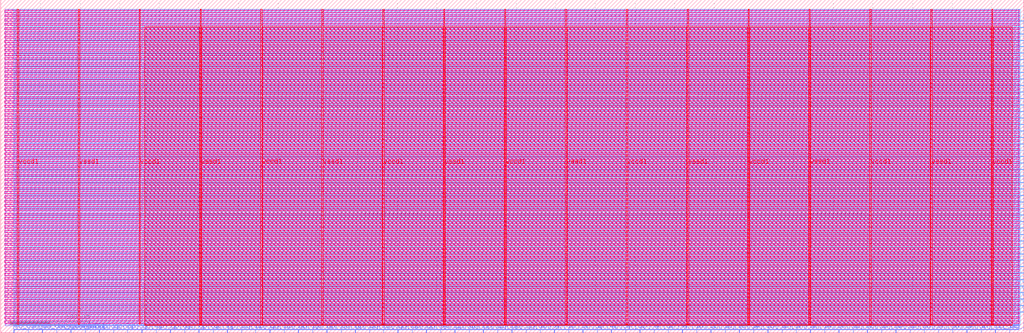
<source format=lef>
VERSION 5.7 ;
  NOWIREEXTENSIONATPIN ON ;
  DIVIDERCHAR "/" ;
  BUSBITCHARS "[]" ;
MACRO SLRV
  CLASS BLOCK ;
  FOREIGN SLRV ;
  ORIGIN 0.000 0.000 ;
  SIZE 1290.000 BY 420.000 ;
  PIN a7[0]
    DIRECTION OUTPUT TRISTATE ;
    USE SIGNAL ;
    ANTENNADIFFAREA 2.673000 ;
    PORT
      LAYER met2 ;
        RECT 680.430 0.000 680.710 4.000 ;
    END
  END a7[0]
  PIN a7[10]
    DIRECTION OUTPUT TRISTATE ;
    USE SIGNAL ;
    ANTENNADIFFAREA 2.673000 ;
    PORT
      LAYER met2 ;
        RECT 859.830 0.000 860.110 4.000 ;
    END
  END a7[10]
  PIN a7[11]
    DIRECTION OUTPUT TRISTATE ;
    USE SIGNAL ;
    ANTENNADIFFAREA 2.673000 ;
    PORT
      LAYER met2 ;
        RECT 877.770 0.000 878.050 4.000 ;
    END
  END a7[11]
  PIN a7[12]
    DIRECTION OUTPUT TRISTATE ;
    USE SIGNAL ;
    ANTENNADIFFAREA 2.673000 ;
    PORT
      LAYER met2 ;
        RECT 895.710 0.000 895.990 4.000 ;
    END
  END a7[12]
  PIN a7[13]
    DIRECTION OUTPUT TRISTATE ;
    USE SIGNAL ;
    ANTENNADIFFAREA 2.673000 ;
    PORT
      LAYER met2 ;
        RECT 913.650 0.000 913.930 4.000 ;
    END
  END a7[13]
  PIN a7[14]
    DIRECTION OUTPUT TRISTATE ;
    USE SIGNAL ;
    ANTENNADIFFAREA 2.673000 ;
    PORT
      LAYER met2 ;
        RECT 931.590 0.000 931.870 4.000 ;
    END
  END a7[14]
  PIN a7[15]
    DIRECTION OUTPUT TRISTATE ;
    USE SIGNAL ;
    ANTENNADIFFAREA 2.673000 ;
    PORT
      LAYER met2 ;
        RECT 949.530 0.000 949.810 4.000 ;
    END
  END a7[15]
  PIN a7[16]
    DIRECTION OUTPUT TRISTATE ;
    USE SIGNAL ;
    ANTENNADIFFAREA 2.673000 ;
    PORT
      LAYER met2 ;
        RECT 967.470 0.000 967.750 4.000 ;
    END
  END a7[16]
  PIN a7[17]
    DIRECTION OUTPUT TRISTATE ;
    USE SIGNAL ;
    ANTENNADIFFAREA 2.673000 ;
    PORT
      LAYER met2 ;
        RECT 985.410 0.000 985.690 4.000 ;
    END
  END a7[17]
  PIN a7[18]
    DIRECTION OUTPUT TRISTATE ;
    USE SIGNAL ;
    ANTENNADIFFAREA 2.673000 ;
    PORT
      LAYER met2 ;
        RECT 1003.350 0.000 1003.630 4.000 ;
    END
  END a7[18]
  PIN a7[19]
    DIRECTION OUTPUT TRISTATE ;
    USE SIGNAL ;
    ANTENNADIFFAREA 2.673000 ;
    PORT
      LAYER met2 ;
        RECT 1021.290 0.000 1021.570 4.000 ;
    END
  END a7[19]
  PIN a7[1]
    DIRECTION OUTPUT TRISTATE ;
    USE SIGNAL ;
    ANTENNADIFFAREA 2.673000 ;
    PORT
      LAYER met2 ;
        RECT 698.370 0.000 698.650 4.000 ;
    END
  END a7[1]
  PIN a7[20]
    DIRECTION OUTPUT TRISTATE ;
    USE SIGNAL ;
    ANTENNADIFFAREA 2.673000 ;
    PORT
      LAYER met2 ;
        RECT 1039.230 0.000 1039.510 4.000 ;
    END
  END a7[20]
  PIN a7[21]
    DIRECTION OUTPUT TRISTATE ;
    USE SIGNAL ;
    ANTENNADIFFAREA 2.673000 ;
    PORT
      LAYER met2 ;
        RECT 1057.170 0.000 1057.450 4.000 ;
    END
  END a7[21]
  PIN a7[22]
    DIRECTION OUTPUT TRISTATE ;
    USE SIGNAL ;
    ANTENNADIFFAREA 2.673000 ;
    PORT
      LAYER met2 ;
        RECT 1075.110 0.000 1075.390 4.000 ;
    END
  END a7[22]
  PIN a7[23]
    DIRECTION OUTPUT TRISTATE ;
    USE SIGNAL ;
    ANTENNADIFFAREA 2.673000 ;
    PORT
      LAYER met2 ;
        RECT 1093.050 0.000 1093.330 4.000 ;
    END
  END a7[23]
  PIN a7[24]
    DIRECTION OUTPUT TRISTATE ;
    USE SIGNAL ;
    ANTENNADIFFAREA 2.673000 ;
    PORT
      LAYER met2 ;
        RECT 1110.990 0.000 1111.270 4.000 ;
    END
  END a7[24]
  PIN a7[25]
    DIRECTION OUTPUT TRISTATE ;
    USE SIGNAL ;
    ANTENNADIFFAREA 2.673000 ;
    PORT
      LAYER met2 ;
        RECT 1128.930 0.000 1129.210 4.000 ;
    END
  END a7[25]
  PIN a7[26]
    DIRECTION OUTPUT TRISTATE ;
    USE SIGNAL ;
    ANTENNADIFFAREA 2.673000 ;
    PORT
      LAYER met2 ;
        RECT 1146.870 0.000 1147.150 4.000 ;
    END
  END a7[26]
  PIN a7[27]
    DIRECTION OUTPUT TRISTATE ;
    USE SIGNAL ;
    ANTENNADIFFAREA 2.673000 ;
    PORT
      LAYER met2 ;
        RECT 1164.810 0.000 1165.090 4.000 ;
    END
  END a7[27]
  PIN a7[28]
    DIRECTION OUTPUT TRISTATE ;
    USE SIGNAL ;
    ANTENNADIFFAREA 2.673000 ;
    PORT
      LAYER met2 ;
        RECT 1182.750 0.000 1183.030 4.000 ;
    END
  END a7[28]
  PIN a7[29]
    DIRECTION OUTPUT TRISTATE ;
    USE SIGNAL ;
    ANTENNADIFFAREA 2.673000 ;
    PORT
      LAYER met2 ;
        RECT 1200.690 0.000 1200.970 4.000 ;
    END
  END a7[29]
  PIN a7[2]
    DIRECTION OUTPUT TRISTATE ;
    USE SIGNAL ;
    ANTENNADIFFAREA 2.673000 ;
    PORT
      LAYER met2 ;
        RECT 716.310 0.000 716.590 4.000 ;
    END
  END a7[2]
  PIN a7[30]
    DIRECTION OUTPUT TRISTATE ;
    USE SIGNAL ;
    ANTENNADIFFAREA 2.673000 ;
    PORT
      LAYER met2 ;
        RECT 1218.630 0.000 1218.910 4.000 ;
    END
  END a7[30]
  PIN a7[31]
    DIRECTION OUTPUT TRISTATE ;
    USE SIGNAL ;
    ANTENNADIFFAREA 2.673000 ;
    PORT
      LAYER met2 ;
        RECT 1236.570 0.000 1236.850 4.000 ;
    END
  END a7[31]
  PIN a7[3]
    DIRECTION OUTPUT TRISTATE ;
    USE SIGNAL ;
    ANTENNADIFFAREA 2.673000 ;
    PORT
      LAYER met2 ;
        RECT 734.250 0.000 734.530 4.000 ;
    END
  END a7[3]
  PIN a7[4]
    DIRECTION OUTPUT TRISTATE ;
    USE SIGNAL ;
    ANTENNADIFFAREA 2.673000 ;
    PORT
      LAYER met2 ;
        RECT 752.190 0.000 752.470 4.000 ;
    END
  END a7[4]
  PIN a7[5]
    DIRECTION OUTPUT TRISTATE ;
    USE SIGNAL ;
    ANTENNADIFFAREA 2.673000 ;
    PORT
      LAYER met2 ;
        RECT 770.130 0.000 770.410 4.000 ;
    END
  END a7[5]
  PIN a7[6]
    DIRECTION OUTPUT TRISTATE ;
    USE SIGNAL ;
    ANTENNADIFFAREA 2.673000 ;
    PORT
      LAYER met2 ;
        RECT 788.070 0.000 788.350 4.000 ;
    END
  END a7[6]
  PIN a7[7]
    DIRECTION OUTPUT TRISTATE ;
    USE SIGNAL ;
    ANTENNADIFFAREA 2.673000 ;
    PORT
      LAYER met2 ;
        RECT 806.010 0.000 806.290 4.000 ;
    END
  END a7[7]
  PIN a7[8]
    DIRECTION OUTPUT TRISTATE ;
    USE SIGNAL ;
    ANTENNADIFFAREA 2.673000 ;
    PORT
      LAYER met2 ;
        RECT 823.950 0.000 824.230 4.000 ;
    END
  END a7[8]
  PIN a7[9]
    DIRECTION OUTPUT TRISTATE ;
    USE SIGNAL ;
    ANTENNADIFFAREA 2.673000 ;
    PORT
      LAYER met2 ;
        RECT 841.890 0.000 842.170 4.000 ;
    END
  END a7[9]
  PIN csb
    DIRECTION OUTPUT TRISTATE ;
    USE SIGNAL ;
    PORT
      LAYER met3 ;
        RECT 1286.000 25.880 1290.000 26.480 ;
    END
  END csb
  PIN gp[0]
    DIRECTION OUTPUT TRISTATE ;
    USE SIGNAL ;
    ANTENNADIFFAREA 2.673000 ;
    PORT
      LAYER met2 ;
        RECT 106.350 0.000 106.630 4.000 ;
    END
  END gp[0]
  PIN gp[10]
    DIRECTION OUTPUT TRISTATE ;
    USE SIGNAL ;
    ANTENNADIFFAREA 2.673000 ;
    PORT
      LAYER met2 ;
        RECT 285.750 0.000 286.030 4.000 ;
    END
  END gp[10]
  PIN gp[11]
    DIRECTION OUTPUT TRISTATE ;
    USE SIGNAL ;
    ANTENNADIFFAREA 2.673000 ;
    PORT
      LAYER met2 ;
        RECT 303.690 0.000 303.970 4.000 ;
    END
  END gp[11]
  PIN gp[12]
    DIRECTION OUTPUT TRISTATE ;
    USE SIGNAL ;
    ANTENNADIFFAREA 2.673000 ;
    PORT
      LAYER met2 ;
        RECT 321.630 0.000 321.910 4.000 ;
    END
  END gp[12]
  PIN gp[13]
    DIRECTION OUTPUT TRISTATE ;
    USE SIGNAL ;
    ANTENNADIFFAREA 2.673000 ;
    PORT
      LAYER met2 ;
        RECT 339.570 0.000 339.850 4.000 ;
    END
  END gp[13]
  PIN gp[14]
    DIRECTION OUTPUT TRISTATE ;
    USE SIGNAL ;
    ANTENNADIFFAREA 2.673000 ;
    PORT
      LAYER met2 ;
        RECT 357.510 0.000 357.790 4.000 ;
    END
  END gp[14]
  PIN gp[15]
    DIRECTION OUTPUT TRISTATE ;
    USE SIGNAL ;
    ANTENNADIFFAREA 2.673000 ;
    PORT
      LAYER met2 ;
        RECT 375.450 0.000 375.730 4.000 ;
    END
  END gp[15]
  PIN gp[16]
    DIRECTION OUTPUT TRISTATE ;
    USE SIGNAL ;
    ANTENNADIFFAREA 2.673000 ;
    PORT
      LAYER met2 ;
        RECT 393.390 0.000 393.670 4.000 ;
    END
  END gp[16]
  PIN gp[17]
    DIRECTION OUTPUT TRISTATE ;
    USE SIGNAL ;
    ANTENNADIFFAREA 2.673000 ;
    PORT
      LAYER met2 ;
        RECT 411.330 0.000 411.610 4.000 ;
    END
  END gp[17]
  PIN gp[18]
    DIRECTION OUTPUT TRISTATE ;
    USE SIGNAL ;
    ANTENNADIFFAREA 2.673000 ;
    PORT
      LAYER met2 ;
        RECT 429.270 0.000 429.550 4.000 ;
    END
  END gp[18]
  PIN gp[19]
    DIRECTION OUTPUT TRISTATE ;
    USE SIGNAL ;
    ANTENNADIFFAREA 2.673000 ;
    PORT
      LAYER met2 ;
        RECT 447.210 0.000 447.490 4.000 ;
    END
  END gp[19]
  PIN gp[1]
    DIRECTION OUTPUT TRISTATE ;
    USE SIGNAL ;
    ANTENNADIFFAREA 2.673000 ;
    PORT
      LAYER met2 ;
        RECT 124.290 0.000 124.570 4.000 ;
    END
  END gp[1]
  PIN gp[20]
    DIRECTION OUTPUT TRISTATE ;
    USE SIGNAL ;
    ANTENNADIFFAREA 2.673000 ;
    PORT
      LAYER met2 ;
        RECT 465.150 0.000 465.430 4.000 ;
    END
  END gp[20]
  PIN gp[21]
    DIRECTION OUTPUT TRISTATE ;
    USE SIGNAL ;
    ANTENNADIFFAREA 2.673000 ;
    PORT
      LAYER met2 ;
        RECT 483.090 0.000 483.370 4.000 ;
    END
  END gp[21]
  PIN gp[22]
    DIRECTION OUTPUT TRISTATE ;
    USE SIGNAL ;
    ANTENNADIFFAREA 2.673000 ;
    PORT
      LAYER met2 ;
        RECT 501.030 0.000 501.310 4.000 ;
    END
  END gp[22]
  PIN gp[23]
    DIRECTION OUTPUT TRISTATE ;
    USE SIGNAL ;
    ANTENNADIFFAREA 2.673000 ;
    PORT
      LAYER met2 ;
        RECT 518.970 0.000 519.250 4.000 ;
    END
  END gp[23]
  PIN gp[24]
    DIRECTION OUTPUT TRISTATE ;
    USE SIGNAL ;
    ANTENNADIFFAREA 2.673000 ;
    PORT
      LAYER met2 ;
        RECT 536.910 0.000 537.190 4.000 ;
    END
  END gp[24]
  PIN gp[25]
    DIRECTION OUTPUT TRISTATE ;
    USE SIGNAL ;
    ANTENNADIFFAREA 2.673000 ;
    PORT
      LAYER met2 ;
        RECT 554.850 0.000 555.130 4.000 ;
    END
  END gp[25]
  PIN gp[26]
    DIRECTION OUTPUT TRISTATE ;
    USE SIGNAL ;
    ANTENNADIFFAREA 2.673000 ;
    PORT
      LAYER met2 ;
        RECT 572.790 0.000 573.070 4.000 ;
    END
  END gp[26]
  PIN gp[27]
    DIRECTION OUTPUT TRISTATE ;
    USE SIGNAL ;
    ANTENNADIFFAREA 2.673000 ;
    PORT
      LAYER met2 ;
        RECT 590.730 0.000 591.010 4.000 ;
    END
  END gp[27]
  PIN gp[28]
    DIRECTION OUTPUT TRISTATE ;
    USE SIGNAL ;
    ANTENNADIFFAREA 2.673000 ;
    PORT
      LAYER met2 ;
        RECT 608.670 0.000 608.950 4.000 ;
    END
  END gp[28]
  PIN gp[29]
    DIRECTION OUTPUT TRISTATE ;
    USE SIGNAL ;
    ANTENNADIFFAREA 2.673000 ;
    PORT
      LAYER met2 ;
        RECT 626.610 0.000 626.890 4.000 ;
    END
  END gp[29]
  PIN gp[2]
    DIRECTION OUTPUT TRISTATE ;
    USE SIGNAL ;
    ANTENNADIFFAREA 2.673000 ;
    PORT
      LAYER met2 ;
        RECT 142.230 0.000 142.510 4.000 ;
    END
  END gp[2]
  PIN gp[30]
    DIRECTION OUTPUT TRISTATE ;
    USE SIGNAL ;
    ANTENNADIFFAREA 2.673000 ;
    PORT
      LAYER met2 ;
        RECT 644.550 0.000 644.830 4.000 ;
    END
  END gp[30]
  PIN gp[31]
    DIRECTION OUTPUT TRISTATE ;
    USE SIGNAL ;
    ANTENNADIFFAREA 2.673000 ;
    PORT
      LAYER met2 ;
        RECT 662.490 0.000 662.770 4.000 ;
    END
  END gp[31]
  PIN gp[3]
    DIRECTION OUTPUT TRISTATE ;
    USE SIGNAL ;
    ANTENNADIFFAREA 2.673000 ;
    PORT
      LAYER met2 ;
        RECT 160.170 0.000 160.450 4.000 ;
    END
  END gp[3]
  PIN gp[4]
    DIRECTION OUTPUT TRISTATE ;
    USE SIGNAL ;
    ANTENNADIFFAREA 2.673000 ;
    PORT
      LAYER met2 ;
        RECT 178.110 0.000 178.390 4.000 ;
    END
  END gp[4]
  PIN gp[5]
    DIRECTION OUTPUT TRISTATE ;
    USE SIGNAL ;
    ANTENNADIFFAREA 2.673000 ;
    PORT
      LAYER met2 ;
        RECT 196.050 0.000 196.330 4.000 ;
    END
  END gp[5]
  PIN gp[6]
    DIRECTION OUTPUT TRISTATE ;
    USE SIGNAL ;
    ANTENNADIFFAREA 2.673000 ;
    PORT
      LAYER met2 ;
        RECT 213.990 0.000 214.270 4.000 ;
    END
  END gp[6]
  PIN gp[7]
    DIRECTION OUTPUT TRISTATE ;
    USE SIGNAL ;
    ANTENNADIFFAREA 2.673000 ;
    PORT
      LAYER met2 ;
        RECT 231.930 0.000 232.210 4.000 ;
    END
  END gp[7]
  PIN gp[8]
    DIRECTION OUTPUT TRISTATE ;
    USE SIGNAL ;
    ANTENNADIFFAREA 2.673000 ;
    PORT
      LAYER met2 ;
        RECT 249.870 0.000 250.150 4.000 ;
    END
  END gp[8]
  PIN gp[9]
    DIRECTION OUTPUT TRISTATE ;
    USE SIGNAL ;
    ANTENNADIFFAREA 2.673000 ;
    PORT
      LAYER met2 ;
        RECT 267.810 0.000 268.090 4.000 ;
    END
  END gp[9]
  PIN insMemAddr[0]
    DIRECTION OUTPUT TRISTATE ;
    USE SIGNAL ;
    ANTENNADIFFAREA 2.673000 ;
    PORT
      LAYER met3 ;
        RECT 1286.000 327.800 1290.000 328.400 ;
    END
  END insMemAddr[0]
  PIN insMemAddr[1]
    DIRECTION OUTPUT TRISTATE ;
    USE SIGNAL ;
    ANTENNADIFFAREA 2.673000 ;
    PORT
      LAYER met3 ;
        RECT 1286.000 335.960 1290.000 336.560 ;
    END
  END insMemAddr[1]
  PIN insMemAddr[2]
    DIRECTION OUTPUT TRISTATE ;
    USE SIGNAL ;
    ANTENNADIFFAREA 2.673000 ;
    PORT
      LAYER met3 ;
        RECT 1286.000 344.120 1290.000 344.720 ;
    END
  END insMemAddr[2]
  PIN insMemAddr[3]
    DIRECTION OUTPUT TRISTATE ;
    USE SIGNAL ;
    ANTENNADIFFAREA 2.673000 ;
    PORT
      LAYER met3 ;
        RECT 1286.000 352.280 1290.000 352.880 ;
    END
  END insMemAddr[3]
  PIN insMemAddr[4]
    DIRECTION OUTPUT TRISTATE ;
    USE SIGNAL ;
    ANTENNADIFFAREA 2.673000 ;
    PORT
      LAYER met3 ;
        RECT 1286.000 360.440 1290.000 361.040 ;
    END
  END insMemAddr[4]
  PIN insMemAddr[5]
    DIRECTION OUTPUT TRISTATE ;
    USE SIGNAL ;
    ANTENNADIFFAREA 2.673000 ;
    PORT
      LAYER met3 ;
        RECT 1286.000 368.600 1290.000 369.200 ;
    END
  END insMemAddr[5]
  PIN insMemAddr[6]
    DIRECTION OUTPUT TRISTATE ;
    USE SIGNAL ;
    ANTENNADIFFAREA 2.673000 ;
    PORT
      LAYER met3 ;
        RECT 1286.000 376.760 1290.000 377.360 ;
    END
  END insMemAddr[6]
  PIN insMemAddr[7]
    DIRECTION OUTPUT TRISTATE ;
    USE SIGNAL ;
    ANTENNADIFFAREA 2.673000 ;
    PORT
      LAYER met3 ;
        RECT 1286.000 384.920 1290.000 385.520 ;
    END
  END insMemAddr[7]
  PIN insMemAddr[8]
    DIRECTION OUTPUT TRISTATE ;
    USE SIGNAL ;
    ANTENNADIFFAREA 2.673000 ;
    PORT
      LAYER met3 ;
        RECT 1286.000 393.080 1290.000 393.680 ;
    END
  END insMemAddr[8]
  PIN insMemDataIn[0]
    DIRECTION INPUT ;
    USE SIGNAL ;
    ANTENNAGATEAREA 0.426000 ;
    PORT
      LAYER met3 ;
        RECT 1286.000 66.680 1290.000 67.280 ;
    END
  END insMemDataIn[0]
  PIN insMemDataIn[10]
    DIRECTION INPUT ;
    USE SIGNAL ;
    ANTENNAGATEAREA 0.426000 ;
    PORT
      LAYER met3 ;
        RECT 1286.000 148.280 1290.000 148.880 ;
    END
  END insMemDataIn[10]
  PIN insMemDataIn[11]
    DIRECTION INPUT ;
    USE SIGNAL ;
    ANTENNAGATEAREA 0.742500 ;
    PORT
      LAYER met3 ;
        RECT 1286.000 156.440 1290.000 157.040 ;
    END
  END insMemDataIn[11]
  PIN insMemDataIn[12]
    DIRECTION INPUT ;
    USE SIGNAL ;
    ANTENNAGATEAREA 0.495000 ;
    PORT
      LAYER met3 ;
        RECT 1286.000 164.600 1290.000 165.200 ;
    END
  END insMemDataIn[12]
  PIN insMemDataIn[13]
    DIRECTION INPUT ;
    USE SIGNAL ;
    ANTENNAGATEAREA 0.426000 ;
    PORT
      LAYER met3 ;
        RECT 1286.000 172.760 1290.000 173.360 ;
    END
  END insMemDataIn[13]
  PIN insMemDataIn[14]
    DIRECTION INPUT ;
    USE SIGNAL ;
    ANTENNAGATEAREA 0.495000 ;
    PORT
      LAYER met3 ;
        RECT 1286.000 180.920 1290.000 181.520 ;
    END
  END insMemDataIn[14]
  PIN insMemDataIn[15]
    DIRECTION INPUT ;
    USE SIGNAL ;
    ANTENNAGATEAREA 0.742500 ;
    PORT
      LAYER met3 ;
        RECT 1286.000 189.080 1290.000 189.680 ;
    END
  END insMemDataIn[15]
  PIN insMemDataIn[16]
    DIRECTION INPUT ;
    USE SIGNAL ;
    ANTENNAGATEAREA 0.426000 ;
    PORT
      LAYER met3 ;
        RECT 1286.000 197.240 1290.000 197.840 ;
    END
  END insMemDataIn[16]
  PIN insMemDataIn[17]
    DIRECTION INPUT ;
    USE SIGNAL ;
    ANTENNAGATEAREA 0.495000 ;
    PORT
      LAYER met3 ;
        RECT 1286.000 205.400 1290.000 206.000 ;
    END
  END insMemDataIn[17]
  PIN insMemDataIn[18]
    DIRECTION INPUT ;
    USE SIGNAL ;
    ANTENNAGATEAREA 0.990000 ;
    PORT
      LAYER met3 ;
        RECT 1286.000 213.560 1290.000 214.160 ;
    END
  END insMemDataIn[18]
  PIN insMemDataIn[19]
    DIRECTION INPUT ;
    USE SIGNAL ;
    ANTENNAGATEAREA 0.990000 ;
    PORT
      LAYER met3 ;
        RECT 1286.000 221.720 1290.000 222.320 ;
    END
  END insMemDataIn[19]
  PIN insMemDataIn[1]
    DIRECTION INPUT ;
    USE SIGNAL ;
    ANTENNAGATEAREA 0.426000 ;
    PORT
      LAYER met3 ;
        RECT 1286.000 74.840 1290.000 75.440 ;
    END
  END insMemDataIn[1]
  PIN insMemDataIn[20]
    DIRECTION INPUT ;
    USE SIGNAL ;
    ANTENNAGATEAREA 0.990000 ;
    PORT
      LAYER met3 ;
        RECT 1286.000 229.880 1290.000 230.480 ;
    END
  END insMemDataIn[20]
  PIN insMemDataIn[21]
    DIRECTION INPUT ;
    USE SIGNAL ;
    ANTENNAGATEAREA 0.742500 ;
    PORT
      LAYER met3 ;
        RECT 1286.000 238.040 1290.000 238.640 ;
    END
  END insMemDataIn[21]
  PIN insMemDataIn[22]
    DIRECTION INPUT ;
    USE SIGNAL ;
    ANTENNAGATEAREA 0.742500 ;
    PORT
      LAYER met3 ;
        RECT 1286.000 246.200 1290.000 246.800 ;
    END
  END insMemDataIn[22]
  PIN insMemDataIn[23]
    DIRECTION INPUT ;
    USE SIGNAL ;
    ANTENNAGATEAREA 0.495000 ;
    PORT
      LAYER met3 ;
        RECT 1286.000 254.360 1290.000 254.960 ;
    END
  END insMemDataIn[23]
  PIN insMemDataIn[24]
    DIRECTION INPUT ;
    USE SIGNAL ;
    ANTENNAGATEAREA 0.247500 ;
    PORT
      LAYER met3 ;
        RECT 1286.000 262.520 1290.000 263.120 ;
    END
  END insMemDataIn[24]
  PIN insMemDataIn[25]
    DIRECTION INPUT ;
    USE SIGNAL ;
    ANTENNAGATEAREA 0.742500 ;
    PORT
      LAYER met3 ;
        RECT 1286.000 270.680 1290.000 271.280 ;
    END
  END insMemDataIn[25]
  PIN insMemDataIn[26]
    DIRECTION INPUT ;
    USE SIGNAL ;
    ANTENNAGATEAREA 0.742500 ;
    PORT
      LAYER met3 ;
        RECT 1286.000 278.840 1290.000 279.440 ;
    END
  END insMemDataIn[26]
  PIN insMemDataIn[27]
    DIRECTION INPUT ;
    USE SIGNAL ;
    ANTENNAGATEAREA 0.742500 ;
    PORT
      LAYER met3 ;
        RECT 1286.000 287.000 1290.000 287.600 ;
    END
  END insMemDataIn[27]
  PIN insMemDataIn[28]
    DIRECTION INPUT ;
    USE SIGNAL ;
    ANTENNAGATEAREA 0.742500 ;
    PORT
      LAYER met3 ;
        RECT 1286.000 295.160 1290.000 295.760 ;
    END
  END insMemDataIn[28]
  PIN insMemDataIn[29]
    DIRECTION INPUT ;
    USE SIGNAL ;
    ANTENNAGATEAREA 0.852000 ;
    PORT
      LAYER met3 ;
        RECT 1286.000 303.320 1290.000 303.920 ;
    END
  END insMemDataIn[29]
  PIN insMemDataIn[2]
    DIRECTION INPUT ;
    USE SIGNAL ;
    ANTENNAGATEAREA 0.742500 ;
    PORT
      LAYER met3 ;
        RECT 1286.000 83.000 1290.000 83.600 ;
    END
  END insMemDataIn[2]
  PIN insMemDataIn[30]
    DIRECTION INPUT ;
    USE SIGNAL ;
    ANTENNAGATEAREA 0.247500 ;
    PORT
      LAYER met3 ;
        RECT 1286.000 311.480 1290.000 312.080 ;
    END
  END insMemDataIn[30]
  PIN insMemDataIn[31]
    DIRECTION INPUT ;
    USE SIGNAL ;
    ANTENNAGATEAREA 0.426000 ;
    PORT
      LAYER met3 ;
        RECT 1286.000 319.640 1290.000 320.240 ;
    END
  END insMemDataIn[31]
  PIN insMemDataIn[3]
    DIRECTION INPUT ;
    USE SIGNAL ;
    ANTENNAGATEAREA 0.426000 ;
    PORT
      LAYER met3 ;
        RECT 1286.000 91.160 1290.000 91.760 ;
    END
  END insMemDataIn[3]
  PIN insMemDataIn[4]
    DIRECTION INPUT ;
    USE SIGNAL ;
    ANTENNAGATEAREA 0.742500 ;
    PORT
      LAYER met3 ;
        RECT 1286.000 99.320 1290.000 99.920 ;
    END
  END insMemDataIn[4]
  PIN insMemDataIn[5]
    DIRECTION INPUT ;
    USE SIGNAL ;
    ANTENNAGATEAREA 0.852000 ;
    PORT
      LAYER met3 ;
        RECT 1286.000 107.480 1290.000 108.080 ;
    END
  END insMemDataIn[5]
  PIN insMemDataIn[6]
    DIRECTION INPUT ;
    USE SIGNAL ;
    ANTENNAGATEAREA 0.852000 ;
    PORT
      LAYER met3 ;
        RECT 1286.000 115.640 1290.000 116.240 ;
    END
  END insMemDataIn[6]
  PIN insMemDataIn[7]
    DIRECTION INPUT ;
    USE SIGNAL ;
    ANTENNAGATEAREA 0.495000 ;
    PORT
      LAYER met3 ;
        RECT 1286.000 123.800 1290.000 124.400 ;
    END
  END insMemDataIn[7]
  PIN insMemDataIn[8]
    DIRECTION INPUT ;
    USE SIGNAL ;
    ANTENNAGATEAREA 0.742500 ;
    PORT
      LAYER met3 ;
        RECT 1286.000 131.960 1290.000 132.560 ;
    END
  END insMemDataIn[8]
  PIN insMemDataIn[9]
    DIRECTION INPUT ;
    USE SIGNAL ;
    ANTENNAGATEAREA 0.426000 ;
    PORT
      LAYER met3 ;
        RECT 1286.000 140.120 1290.000 140.720 ;
    END
  END insMemDataIn[9]
  PIN insMemEn
    DIRECTION INPUT ;
    USE SIGNAL ;
    ANTENNAGATEAREA 0.126000 ;
    PORT
      LAYER met2 ;
        RECT 88.410 0.000 88.690 4.000 ;
    END
  END insMemEn
  PIN la_data_in[0]
    DIRECTION INPUT ;
    USE SIGNAL ;
    ANTENNAGATEAREA 0.213000 ;
    PORT
      LAYER met2 ;
        RECT 52.530 0.000 52.810 4.000 ;
    END
  END la_data_in[0]
  PIN la_data_in[1]
    DIRECTION INPUT ;
    USE SIGNAL ;
    ANTENNAGATEAREA 0.126000 ;
    PORT
      LAYER met2 ;
        RECT 70.470 0.000 70.750 4.000 ;
    END
  END la_data_in[1]
  PIN pc_led
    DIRECTION OUTPUT TRISTATE ;
    USE SIGNAL ;
    ANTENNADIFFAREA 2.673000 ;
    PORT
      LAYER met2 ;
        RECT 1254.510 0.000 1254.790 4.000 ;
    END
  END pc_led
  PIN pc_led_oeb
    DIRECTION OUTPUT TRISTATE ;
    USE SIGNAL ;
    PORT
      LAYER met2 ;
        RECT 1272.450 0.000 1272.730 4.000 ;
    END
  END pc_led_oeb
  PIN reset
    DIRECTION INPUT ;
    USE SIGNAL ;
    ANTENNAGATEAREA 0.126000 ;
    PORT
      LAYER met2 ;
        RECT 34.590 0.000 34.870 4.000 ;
    END
  END reset
  PIN vccd1
    DIRECTION INOUT ;
    USE POWER ;
    PORT
      LAYER met4 ;
        RECT 21.040 10.640 22.640 408.240 ;
    END
    PORT
      LAYER met4 ;
        RECT 174.640 10.640 176.240 408.240 ;
    END
    PORT
      LAYER met4 ;
        RECT 328.240 10.640 329.840 408.240 ;
    END
    PORT
      LAYER met4 ;
        RECT 481.840 10.640 483.440 408.240 ;
    END
    PORT
      LAYER met4 ;
        RECT 635.440 10.640 637.040 408.240 ;
    END
    PORT
      LAYER met4 ;
        RECT 789.040 10.640 790.640 408.240 ;
    END
    PORT
      LAYER met4 ;
        RECT 942.640 10.640 944.240 408.240 ;
    END
    PORT
      LAYER met4 ;
        RECT 1096.240 10.640 1097.840 408.240 ;
    END
    PORT
      LAYER met4 ;
        RECT 1249.840 10.640 1251.440 408.240 ;
    END
  END vccd1
  PIN vssd1
    DIRECTION INOUT ;
    USE GROUND ;
    PORT
      LAYER met4 ;
        RECT 97.840 10.640 99.440 408.240 ;
    END
    PORT
      LAYER met4 ;
        RECT 251.440 10.640 253.040 408.240 ;
    END
    PORT
      LAYER met4 ;
        RECT 405.040 10.640 406.640 408.240 ;
    END
    PORT
      LAYER met4 ;
        RECT 558.640 10.640 560.240 408.240 ;
    END
    PORT
      LAYER met4 ;
        RECT 712.240 10.640 713.840 408.240 ;
    END
    PORT
      LAYER met4 ;
        RECT 865.840 10.640 867.440 408.240 ;
    END
    PORT
      LAYER met4 ;
        RECT 1019.440 10.640 1021.040 408.240 ;
    END
    PORT
      LAYER met4 ;
        RECT 1173.040 10.640 1174.640 408.240 ;
    END
  END vssd1
  PIN wb_clk_i
    DIRECTION INPUT ;
    USE SIGNAL ;
    ANTENNAGATEAREA 0.852000 ;
    PORT
      LAYER met2 ;
        RECT 16.650 0.000 16.930 4.000 ;
    END
  END wb_clk_i
  PIN wmask[0]
    DIRECTION OUTPUT TRISTATE ;
    USE SIGNAL ;
    PORT
      LAYER met3 ;
        RECT 1286.000 34.040 1290.000 34.640 ;
    END
  END wmask[0]
  PIN wmask[1]
    DIRECTION OUTPUT TRISTATE ;
    USE SIGNAL ;
    PORT
      LAYER met3 ;
        RECT 1286.000 42.200 1290.000 42.800 ;
    END
  END wmask[1]
  PIN wmask[2]
    DIRECTION OUTPUT TRISTATE ;
    USE SIGNAL ;
    PORT
      LAYER met3 ;
        RECT 1286.000 50.360 1290.000 50.960 ;
    END
  END wmask[2]
  PIN wmask[3]
    DIRECTION OUTPUT TRISTATE ;
    USE SIGNAL ;
    PORT
      LAYER met3 ;
        RECT 1286.000 58.520 1290.000 59.120 ;
    END
  END wmask[3]
  OBS
      LAYER nwell ;
        RECT 5.330 403.865 1284.510 406.695 ;
        RECT 5.330 398.425 1284.510 401.255 ;
        RECT 5.330 392.985 1284.510 395.815 ;
        RECT 5.330 387.545 1284.510 390.375 ;
        RECT 5.330 382.105 1284.510 384.935 ;
        RECT 5.330 376.665 1284.510 379.495 ;
        RECT 5.330 371.225 1284.510 374.055 ;
        RECT 5.330 365.785 1284.510 368.615 ;
        RECT 5.330 360.345 1284.510 363.175 ;
        RECT 5.330 354.905 1284.510 357.735 ;
        RECT 5.330 349.465 1284.510 352.295 ;
        RECT 5.330 344.025 1284.510 346.855 ;
        RECT 5.330 338.585 1284.510 341.415 ;
        RECT 5.330 333.145 1284.510 335.975 ;
        RECT 5.330 327.705 1284.510 330.535 ;
        RECT 5.330 322.265 1284.510 325.095 ;
        RECT 5.330 316.825 1284.510 319.655 ;
        RECT 5.330 311.385 1284.510 314.215 ;
        RECT 5.330 305.945 1284.510 308.775 ;
        RECT 5.330 300.505 1284.510 303.335 ;
        RECT 5.330 295.065 1284.510 297.895 ;
        RECT 5.330 289.625 1284.510 292.455 ;
        RECT 5.330 284.185 1284.510 287.015 ;
        RECT 5.330 278.745 1284.510 281.575 ;
        RECT 5.330 273.305 1284.510 276.135 ;
        RECT 5.330 267.865 1284.510 270.695 ;
        RECT 5.330 262.425 1284.510 265.255 ;
        RECT 5.330 256.985 1284.510 259.815 ;
        RECT 5.330 251.545 1284.510 254.375 ;
        RECT 5.330 246.105 1284.510 248.935 ;
        RECT 5.330 240.665 1284.510 243.495 ;
        RECT 5.330 235.225 1284.510 238.055 ;
        RECT 5.330 229.785 1284.510 232.615 ;
        RECT 5.330 224.345 1284.510 227.175 ;
        RECT 5.330 218.905 1284.510 221.735 ;
        RECT 5.330 213.465 1284.510 216.295 ;
        RECT 5.330 208.025 1284.510 210.855 ;
        RECT 5.330 202.585 1284.510 205.415 ;
        RECT 5.330 197.145 1284.510 199.975 ;
        RECT 5.330 191.705 1284.510 194.535 ;
        RECT 5.330 186.265 1284.510 189.095 ;
        RECT 5.330 180.825 1284.510 183.655 ;
        RECT 5.330 175.385 1284.510 178.215 ;
        RECT 5.330 169.945 1284.510 172.775 ;
        RECT 5.330 164.505 1284.510 167.335 ;
        RECT 5.330 159.065 1284.510 161.895 ;
        RECT 5.330 153.625 1284.510 156.455 ;
        RECT 5.330 148.185 1284.510 151.015 ;
        RECT 5.330 142.745 1284.510 145.575 ;
        RECT 5.330 137.305 1284.510 140.135 ;
        RECT 5.330 131.865 1284.510 134.695 ;
        RECT 5.330 126.425 1284.510 129.255 ;
        RECT 5.330 120.985 1284.510 123.815 ;
        RECT 5.330 115.545 1284.510 118.375 ;
        RECT 5.330 110.105 1284.510 112.935 ;
        RECT 5.330 104.665 1284.510 107.495 ;
        RECT 5.330 99.225 1284.510 102.055 ;
        RECT 5.330 93.785 1284.510 96.615 ;
        RECT 5.330 88.345 1284.510 91.175 ;
        RECT 5.330 82.905 1284.510 85.735 ;
        RECT 5.330 77.465 1284.510 80.295 ;
        RECT 5.330 72.025 1284.510 74.855 ;
        RECT 5.330 66.585 1284.510 69.415 ;
        RECT 5.330 61.145 1284.510 63.975 ;
        RECT 5.330 55.705 1284.510 58.535 ;
        RECT 5.330 50.265 1284.510 53.095 ;
        RECT 5.330 44.825 1284.510 47.655 ;
        RECT 5.330 39.385 1284.510 42.215 ;
        RECT 5.330 33.945 1284.510 36.775 ;
        RECT 5.330 28.505 1284.510 31.335 ;
        RECT 5.330 23.065 1284.510 25.895 ;
        RECT 5.330 17.625 1284.510 20.455 ;
        RECT 5.330 12.185 1284.510 15.015 ;
      LAYER li1 ;
        RECT 5.520 10.795 1284.320 408.085 ;
      LAYER met1 ;
        RECT 5.520 8.540 1284.620 408.240 ;
      LAYER met2 ;
        RECT 16.650 4.280 1284.230 408.185 ;
        RECT 17.210 3.670 34.310 4.280 ;
        RECT 35.150 3.670 52.250 4.280 ;
        RECT 53.090 3.670 70.190 4.280 ;
        RECT 71.030 3.670 88.130 4.280 ;
        RECT 88.970 3.670 106.070 4.280 ;
        RECT 106.910 3.670 124.010 4.280 ;
        RECT 124.850 3.670 141.950 4.280 ;
        RECT 142.790 3.670 159.890 4.280 ;
        RECT 160.730 3.670 177.830 4.280 ;
        RECT 178.670 3.670 195.770 4.280 ;
        RECT 196.610 3.670 213.710 4.280 ;
        RECT 214.550 3.670 231.650 4.280 ;
        RECT 232.490 3.670 249.590 4.280 ;
        RECT 250.430 3.670 267.530 4.280 ;
        RECT 268.370 3.670 285.470 4.280 ;
        RECT 286.310 3.670 303.410 4.280 ;
        RECT 304.250 3.670 321.350 4.280 ;
        RECT 322.190 3.670 339.290 4.280 ;
        RECT 340.130 3.670 357.230 4.280 ;
        RECT 358.070 3.670 375.170 4.280 ;
        RECT 376.010 3.670 393.110 4.280 ;
        RECT 393.950 3.670 411.050 4.280 ;
        RECT 411.890 3.670 428.990 4.280 ;
        RECT 429.830 3.670 446.930 4.280 ;
        RECT 447.770 3.670 464.870 4.280 ;
        RECT 465.710 3.670 482.810 4.280 ;
        RECT 483.650 3.670 500.750 4.280 ;
        RECT 501.590 3.670 518.690 4.280 ;
        RECT 519.530 3.670 536.630 4.280 ;
        RECT 537.470 3.670 554.570 4.280 ;
        RECT 555.410 3.670 572.510 4.280 ;
        RECT 573.350 3.670 590.450 4.280 ;
        RECT 591.290 3.670 608.390 4.280 ;
        RECT 609.230 3.670 626.330 4.280 ;
        RECT 627.170 3.670 644.270 4.280 ;
        RECT 645.110 3.670 662.210 4.280 ;
        RECT 663.050 3.670 680.150 4.280 ;
        RECT 680.990 3.670 698.090 4.280 ;
        RECT 698.930 3.670 716.030 4.280 ;
        RECT 716.870 3.670 733.970 4.280 ;
        RECT 734.810 3.670 751.910 4.280 ;
        RECT 752.750 3.670 769.850 4.280 ;
        RECT 770.690 3.670 787.790 4.280 ;
        RECT 788.630 3.670 805.730 4.280 ;
        RECT 806.570 3.670 823.670 4.280 ;
        RECT 824.510 3.670 841.610 4.280 ;
        RECT 842.450 3.670 859.550 4.280 ;
        RECT 860.390 3.670 877.490 4.280 ;
        RECT 878.330 3.670 895.430 4.280 ;
        RECT 896.270 3.670 913.370 4.280 ;
        RECT 914.210 3.670 931.310 4.280 ;
        RECT 932.150 3.670 949.250 4.280 ;
        RECT 950.090 3.670 967.190 4.280 ;
        RECT 968.030 3.670 985.130 4.280 ;
        RECT 985.970 3.670 1003.070 4.280 ;
        RECT 1003.910 3.670 1021.010 4.280 ;
        RECT 1021.850 3.670 1038.950 4.280 ;
        RECT 1039.790 3.670 1056.890 4.280 ;
        RECT 1057.730 3.670 1074.830 4.280 ;
        RECT 1075.670 3.670 1092.770 4.280 ;
        RECT 1093.610 3.670 1110.710 4.280 ;
        RECT 1111.550 3.670 1128.650 4.280 ;
        RECT 1129.490 3.670 1146.590 4.280 ;
        RECT 1147.430 3.670 1164.530 4.280 ;
        RECT 1165.370 3.670 1182.470 4.280 ;
        RECT 1183.310 3.670 1200.410 4.280 ;
        RECT 1201.250 3.670 1218.350 4.280 ;
        RECT 1219.190 3.670 1236.290 4.280 ;
        RECT 1237.130 3.670 1254.230 4.280 ;
        RECT 1255.070 3.670 1272.170 4.280 ;
        RECT 1273.010 3.670 1284.230 4.280 ;
      LAYER met3 ;
        RECT 16.625 394.080 1286.000 408.165 ;
        RECT 16.625 392.680 1285.600 394.080 ;
        RECT 16.625 385.920 1286.000 392.680 ;
        RECT 16.625 384.520 1285.600 385.920 ;
        RECT 16.625 377.760 1286.000 384.520 ;
        RECT 16.625 376.360 1285.600 377.760 ;
        RECT 16.625 369.600 1286.000 376.360 ;
        RECT 16.625 368.200 1285.600 369.600 ;
        RECT 16.625 361.440 1286.000 368.200 ;
        RECT 16.625 360.040 1285.600 361.440 ;
        RECT 16.625 353.280 1286.000 360.040 ;
        RECT 16.625 351.880 1285.600 353.280 ;
        RECT 16.625 345.120 1286.000 351.880 ;
        RECT 16.625 343.720 1285.600 345.120 ;
        RECT 16.625 336.960 1286.000 343.720 ;
        RECT 16.625 335.560 1285.600 336.960 ;
        RECT 16.625 328.800 1286.000 335.560 ;
        RECT 16.625 327.400 1285.600 328.800 ;
        RECT 16.625 320.640 1286.000 327.400 ;
        RECT 16.625 319.240 1285.600 320.640 ;
        RECT 16.625 312.480 1286.000 319.240 ;
        RECT 16.625 311.080 1285.600 312.480 ;
        RECT 16.625 304.320 1286.000 311.080 ;
        RECT 16.625 302.920 1285.600 304.320 ;
        RECT 16.625 296.160 1286.000 302.920 ;
        RECT 16.625 294.760 1285.600 296.160 ;
        RECT 16.625 288.000 1286.000 294.760 ;
        RECT 16.625 286.600 1285.600 288.000 ;
        RECT 16.625 279.840 1286.000 286.600 ;
        RECT 16.625 278.440 1285.600 279.840 ;
        RECT 16.625 271.680 1286.000 278.440 ;
        RECT 16.625 270.280 1285.600 271.680 ;
        RECT 16.625 263.520 1286.000 270.280 ;
        RECT 16.625 262.120 1285.600 263.520 ;
        RECT 16.625 255.360 1286.000 262.120 ;
        RECT 16.625 253.960 1285.600 255.360 ;
        RECT 16.625 247.200 1286.000 253.960 ;
        RECT 16.625 245.800 1285.600 247.200 ;
        RECT 16.625 239.040 1286.000 245.800 ;
        RECT 16.625 237.640 1285.600 239.040 ;
        RECT 16.625 230.880 1286.000 237.640 ;
        RECT 16.625 229.480 1285.600 230.880 ;
        RECT 16.625 222.720 1286.000 229.480 ;
        RECT 16.625 221.320 1285.600 222.720 ;
        RECT 16.625 214.560 1286.000 221.320 ;
        RECT 16.625 213.160 1285.600 214.560 ;
        RECT 16.625 206.400 1286.000 213.160 ;
        RECT 16.625 205.000 1285.600 206.400 ;
        RECT 16.625 198.240 1286.000 205.000 ;
        RECT 16.625 196.840 1285.600 198.240 ;
        RECT 16.625 190.080 1286.000 196.840 ;
        RECT 16.625 188.680 1285.600 190.080 ;
        RECT 16.625 181.920 1286.000 188.680 ;
        RECT 16.625 180.520 1285.600 181.920 ;
        RECT 16.625 173.760 1286.000 180.520 ;
        RECT 16.625 172.360 1285.600 173.760 ;
        RECT 16.625 165.600 1286.000 172.360 ;
        RECT 16.625 164.200 1285.600 165.600 ;
        RECT 16.625 157.440 1286.000 164.200 ;
        RECT 16.625 156.040 1285.600 157.440 ;
        RECT 16.625 149.280 1286.000 156.040 ;
        RECT 16.625 147.880 1285.600 149.280 ;
        RECT 16.625 141.120 1286.000 147.880 ;
        RECT 16.625 139.720 1285.600 141.120 ;
        RECT 16.625 132.960 1286.000 139.720 ;
        RECT 16.625 131.560 1285.600 132.960 ;
        RECT 16.625 124.800 1286.000 131.560 ;
        RECT 16.625 123.400 1285.600 124.800 ;
        RECT 16.625 116.640 1286.000 123.400 ;
        RECT 16.625 115.240 1285.600 116.640 ;
        RECT 16.625 108.480 1286.000 115.240 ;
        RECT 16.625 107.080 1285.600 108.480 ;
        RECT 16.625 100.320 1286.000 107.080 ;
        RECT 16.625 98.920 1285.600 100.320 ;
        RECT 16.625 92.160 1286.000 98.920 ;
        RECT 16.625 90.760 1285.600 92.160 ;
        RECT 16.625 84.000 1286.000 90.760 ;
        RECT 16.625 82.600 1285.600 84.000 ;
        RECT 16.625 75.840 1286.000 82.600 ;
        RECT 16.625 74.440 1285.600 75.840 ;
        RECT 16.625 67.680 1286.000 74.440 ;
        RECT 16.625 66.280 1285.600 67.680 ;
        RECT 16.625 59.520 1286.000 66.280 ;
        RECT 16.625 58.120 1285.600 59.520 ;
        RECT 16.625 51.360 1286.000 58.120 ;
        RECT 16.625 49.960 1285.600 51.360 ;
        RECT 16.625 43.200 1286.000 49.960 ;
        RECT 16.625 41.800 1285.600 43.200 ;
        RECT 16.625 35.040 1286.000 41.800 ;
        RECT 16.625 33.640 1285.600 35.040 ;
        RECT 16.625 26.880 1286.000 33.640 ;
        RECT 16.625 25.480 1285.600 26.880 ;
        RECT 16.625 9.695 1286.000 25.480 ;
      LAYER met4 ;
        RECT 181.535 10.240 251.040 386.065 ;
        RECT 253.440 10.240 327.840 386.065 ;
        RECT 330.240 10.240 404.640 386.065 ;
        RECT 407.040 10.240 481.440 386.065 ;
        RECT 483.840 10.240 558.240 386.065 ;
        RECT 560.640 10.240 635.040 386.065 ;
        RECT 637.440 10.240 711.840 386.065 ;
        RECT 714.240 10.240 788.640 386.065 ;
        RECT 791.040 10.240 865.440 386.065 ;
        RECT 867.840 10.240 942.240 386.065 ;
        RECT 944.640 10.240 1019.040 386.065 ;
        RECT 1021.440 10.240 1095.840 386.065 ;
        RECT 1098.240 10.240 1172.640 386.065 ;
        RECT 1175.040 10.240 1249.440 386.065 ;
        RECT 1251.840 10.240 1275.745 386.065 ;
        RECT 181.535 9.695 1275.745 10.240 ;
  END
END SLRV
END LIBRARY


</source>
